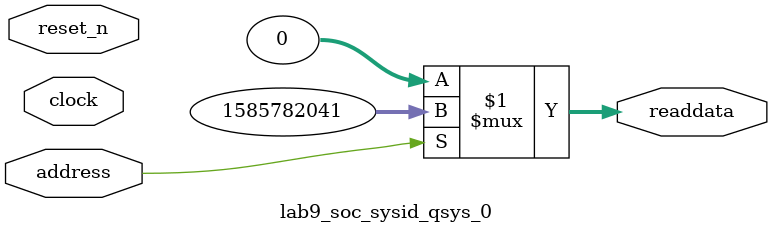
<source format=v>



// synthesis translate_off
`timescale 1ns / 1ps
// synthesis translate_on

// turn off superfluous verilog processor warnings 
// altera message_level Level1 
// altera message_off 10034 10035 10036 10037 10230 10240 10030 

module lab9_soc_sysid_qsys_0 (
               // inputs:
                address,
                clock,
                reset_n,

               // outputs:
                readdata
             )
;

  output  [ 31: 0] readdata;
  input            address;
  input            clock;
  input            reset_n;

  wire    [ 31: 0] readdata;
  //control_slave, which is an e_avalon_slave
  assign readdata = address ? 1585782041 : 0;

endmodule



</source>
